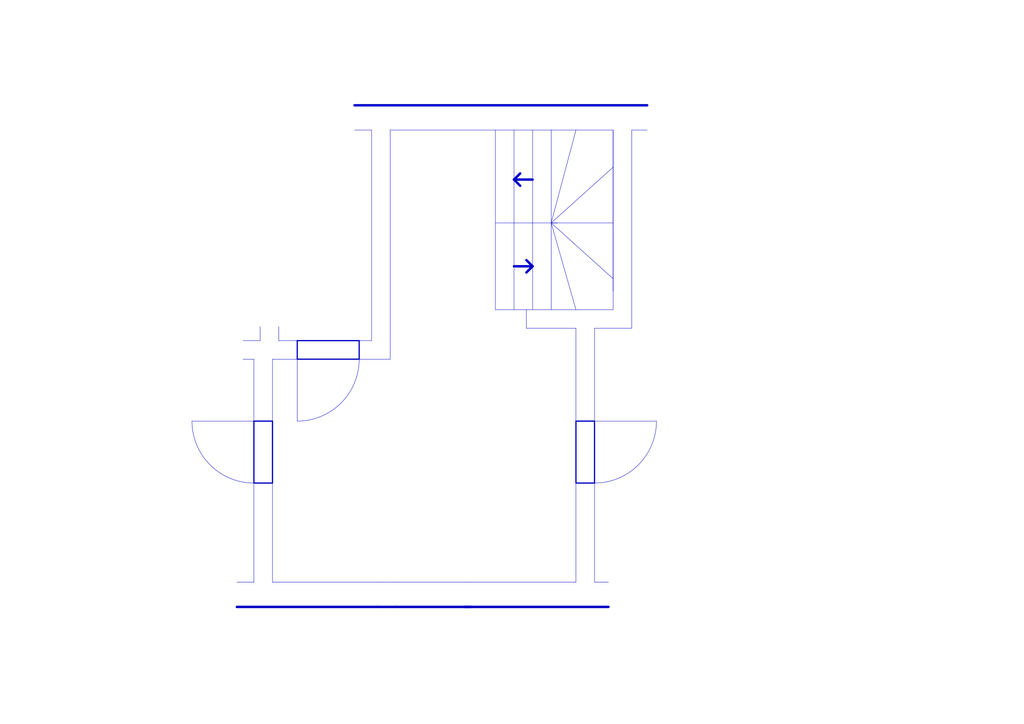
<source format=kicad_sch>
(kicad_sch (version 20230121) (generator eeschema)
  (paper "A3")
  (title_block (title "Projekt elektroinštalácie rodinného domu") (date "2024-05-09") (rev "1") (comment 4 "001-24") (comment 5 "Konanie stavby: 96901 Banská Štiavnica, Belianska 1770/15"))
  (lib_symbols)
  (polyline (pts (xy 147.32 139.7) (xy 147.32 147.32)))
  (polyline (pts (xy 226.06 91.44) (xy 236.22 53.34)))
  (polyline (pts (xy 154.94 238.76) (xy 111.76 238.76)))
  (polyline (pts (xy 218.44 91.44) (xy 218.44 127)))
  (polyline (pts (xy 121.92 147.32) (xy 121.92 139.7)))
  (polyline (pts (xy 236.22 172.72) (xy 243.84 172.72)))
  (polyline (pts (xy 97.155 238.76) (xy 104.14 238.76)))
  (polyline (pts (xy 154.94 248.92) (xy 162.56 248.92)) (stroke (width 1)))
  (polyline (pts (xy 226.06 91.44) (xy 251.46 91.44)))
  (polyline (pts (xy 215.9 127) (xy 215.9 134.62)))
  (polyline (pts (xy 251.46 119.38) (xy 251.46 127)))
  (polyline (pts (xy 104.14 172.72) (xy 104.14 147.32)))
  (polyline (pts (xy 218.44 109.22) (xy 215.9 106.68)) (stroke (width 1)))
  (polyline (pts (xy 152.4 53.34) (xy 152.4 139.7)))
  (polyline (pts (xy 236.22 198.12) (xy 236.22 238.76)))
  (polyline (pts (xy 243.84 172.72) (xy 269.24 172.72)))
  (polyline (pts (xy 226.06 91.44) (xy 226.06 127)))
  (polyline (pts (xy 226.06 53.34) (xy 226.06 91.44)))
  (polyline (pts (xy 210.82 91.44) (xy 210.82 127)))
  (polyline (pts (xy 259.08 134.62) (xy 259.08 53.34)))
  (polyline (pts (xy 218.44 53.34) (xy 218.44 91.44)))
  (polyline (pts (xy 190.5 248.92) (xy 249.555 248.92)) (stroke (width 1)))
  (polyline (pts (xy 111.76 147.32) (xy 111.76 172.72)))
  (polyline (pts (xy 259.08 53.34) (xy 265.43 53.34)))
  (polyline (pts (xy 111.76 198.12) (xy 111.76 238.76)))
  (polyline (pts (xy 251.46 127) (xy 203.2 127)))
  (polyline (pts (xy 203.2 53.34) (xy 251.46 53.34)))
  (polyline (pts (xy 210.82 73.66) (xy 218.44 73.66)) (stroke (width 1)))
  (polyline (pts (xy 106.68 139.7) (xy 99.695 139.7)))
  (polyline (pts (xy 251.46 119.38) (xy 251.46 53.34)))
  (polyline (pts (xy 215.9 134.62) (xy 236.22 134.62)))
  (polyline (pts (xy 210.82 73.66) (xy 213.36 71.12)) (stroke (width 1)))
  (polyline (pts (xy 218.44 109.22) (xy 210.82 109.22)) (stroke (width 1)))
  (polyline (pts (xy 114.3 139.7) (xy 121.92 139.7)))
  (polyline (pts (xy 147.32 147.32) (xy 160.02 147.32)))
  (polyline (pts (xy 218.44 109.22) (xy 215.9 111.76)) (stroke (width 1)))
  (polyline (pts (xy 97.155 248.92) (xy 154.94 248.92)) (stroke (width 1)))
  (polyline (pts (xy 114.3 133.985) (xy 114.3 139.7)))
  (polyline (pts (xy 226.06 91.44) (xy 251.46 68.58)))
  (polyline (pts (xy 160.02 53.34) (xy 203.2 53.34)))
  (polyline (pts (xy 236.22 134.62) (xy 236.22 172.72)))
  (polyline (pts (xy 243.84 172.72) (xy 243.84 134.62)))
  (polyline (pts (xy 145.415 53.34) (xy 152.4 53.34)))
  (polyline (pts (xy 160.02 53.34) (xy 160.02 147.32)))
  (polyline (pts (xy 104.14 147.32) (xy 99.695 147.32)))
  (polyline (pts (xy 104.14 172.72) (xy 78.74 172.72)))
  (polyline (pts (xy 121.92 144.78) (xy 121.92 147.32)))
  (polyline (pts (xy 203.2 91.44) (xy 228.6 91.44)))
  (polyline (pts (xy 162.56 248.92) (xy 193.04 248.92)) (stroke (width 1)))
  (polyline (pts (xy 226.06 91.44) (xy 251.46 114.3)))
  (polyline (pts (xy 243.84 198.12) (xy 243.84 238.76)))
  (polyline (pts (xy 249.555 238.76) (xy 243.84 238.76)))
  (polyline (pts (xy 190.5 238.76) (xy 236.22 238.76)))
  (polyline (pts (xy 121.92 172.72) (xy 121.92 147.32)))
  (polyline (pts (xy 210.82 53.34) (xy 210.82 91.44)))
  (polyline (pts (xy 243.84 134.62) (xy 259.08 134.62)))
  (polyline (pts (xy 226.06 91.44) (xy 236.22 127)))
  (polyline (pts (xy 104.14 198.12) (xy 104.14 238.76)))
  (polyline (pts (xy 111.76 147.32) (xy 121.92 147.32)))
  (polyline (pts (xy 162.56 238.76) (xy 190.5 238.76)))
  (polyline (pts (xy 203.2 127) (xy 203.2 53.34)))
  (polyline (pts (xy 154.94 238.76) (xy 162.56 238.76)))
  (polyline (pts (xy 111.76 172.72) (xy 104.14 172.72)))
  (polyline (pts (xy 251.46 119.38) (xy 251.46 53.34)))
  (polyline (pts (xy 145.415 43.18) (xy 265.43 43.18)) (stroke (width 1)))
  (polyline (pts (xy 106.68 139.7) (xy 106.68 133.985)))
  (polyline (pts (xy 210.82 73.66) (xy 213.36 76.2)) (stroke (width 1)))
  (polyline (pts (xy 152.4 139.7) (xy 147.32 139.7)))
  (rectangle (start 104.14 198.12) (end 111.76 172.72) (stroke (width 0.5)))
  (arc (start 269.24 172.72) (mid 261.8005 190.6805) (end 243.84 198.12))
  (rectangle (start 147.32 147.32) (end 121.92 139.7) (stroke (width 0.5)))
  (arc (start 104.14 198.12) (mid 86.1795 190.6805) (end 78.74 172.72))
  (arc (start 147.32 147.32) (mid 139.8805 165.2805) (end 121.92 172.72))
  (rectangle (start 236.22 172.72) (end 243.84 198.12) (stroke (width 0.5)))
)
</source>
